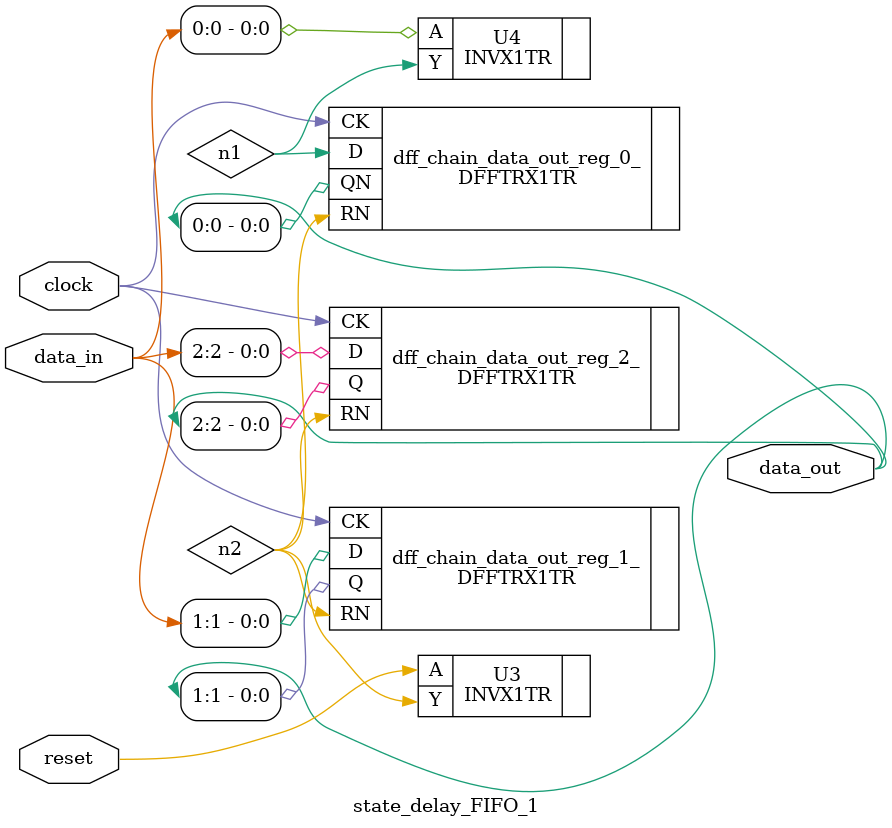
<source format=v>


module state_delay_FIFO_1 ( clock, reset, data_in, data_out );
  input [2:0] data_in;
  output [2:0] data_out;
  input clock, reset;
  wire   n1, n2;

  DFFTRX1TR dff_chain_data_out_reg_0_ ( .D(n1), .RN(n2), .CK(clock), .QN(
        data_out[0]) );
  DFFTRX1TR dff_chain_data_out_reg_1_ ( .D(data_in[1]), .RN(n2), .CK(clock), 
        .Q(data_out[1]) );
  DFFTRX1TR dff_chain_data_out_reg_2_ ( .D(data_in[2]), .RN(n2), .CK(clock), 
        .Q(data_out[2]) );
  INVX1TR U3 ( .A(reset), .Y(n2) );
  INVX1TR U4 ( .A(data_in[0]), .Y(n1) );
endmodule


</source>
